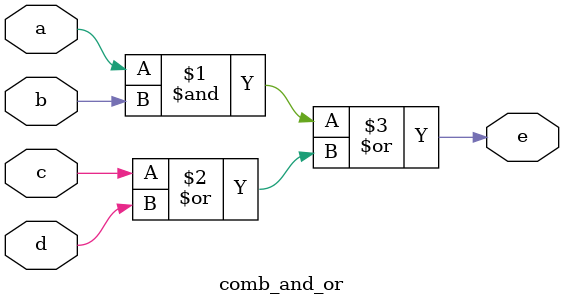
<source format=v>
module comb_and_or(input   a  ,
	           input   b  ,
	           input   c  ,
	           input   d  ,
                   output  e );

//combiantional circuit
assign e=(a&b)|(c|d);

endmodule

</source>
